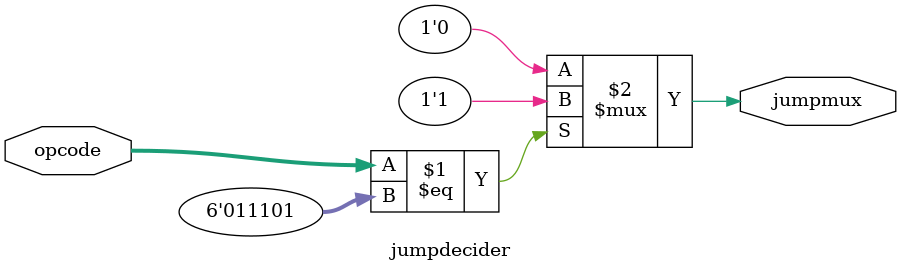
<source format=sv>
module jumpdecider(
	input logic [5:0] opcode,
	output jumpmux
	);

	assign jumpmux = (opcode==6'b011101) ? 1'b1 : 1'b0;



endmodule

</source>
